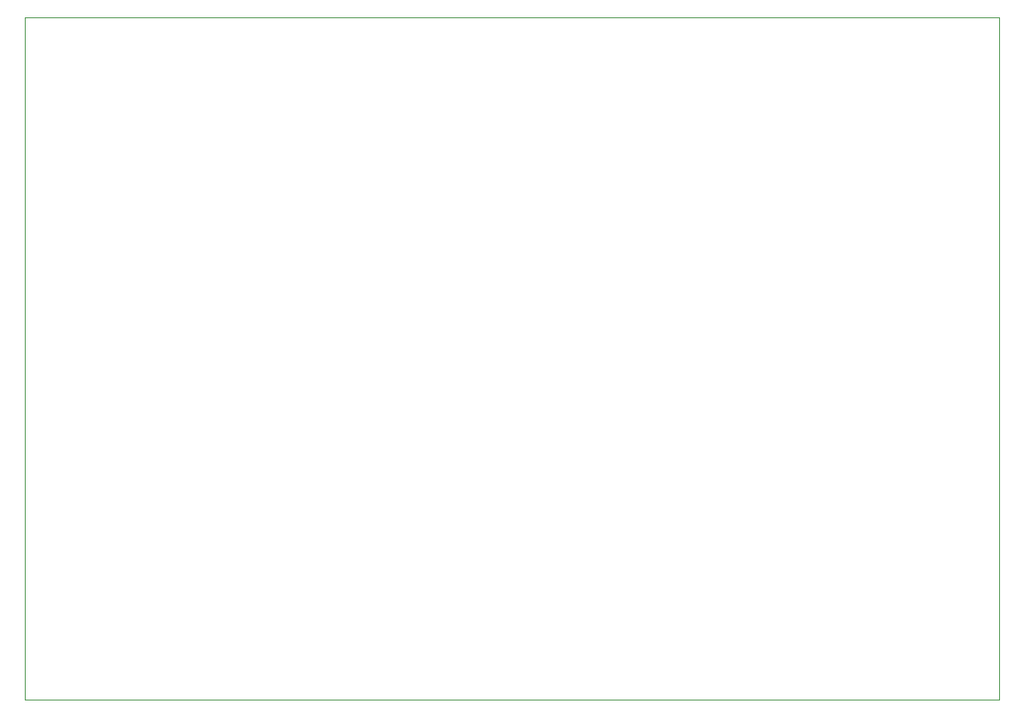
<source format=gbr>
G04 #@! TF.GenerationSoftware,KiCad,Pcbnew,(5.1.4)-1*
G04 #@! TF.CreationDate,2021-06-27T21:17:15+03:00*
G04 #@! TF.ProjectId,CPU,4350552e-6b69-4636-9164-5f7063625858,rev?*
G04 #@! TF.SameCoordinates,Original*
G04 #@! TF.FileFunction,Profile,NP*
%FSLAX46Y46*%
G04 Gerber Fmt 4.6, Leading zero omitted, Abs format (unit mm)*
G04 Created by KiCad (PCBNEW (5.1.4)-1) date 2021-06-27 21:17:15*
%MOMM*%
%LPD*%
G04 APERTURE LIST*
%ADD10C,0.050000*%
G04 APERTURE END LIST*
D10*
X97790000Y-132715000D02*
X197485000Y-132715000D01*
X197485000Y-62865000D02*
X197485000Y-132715000D01*
X97790000Y-62865000D02*
X97790000Y-132715000D01*
X97790000Y-62865000D02*
X197485000Y-62865000D01*
M02*

</source>
